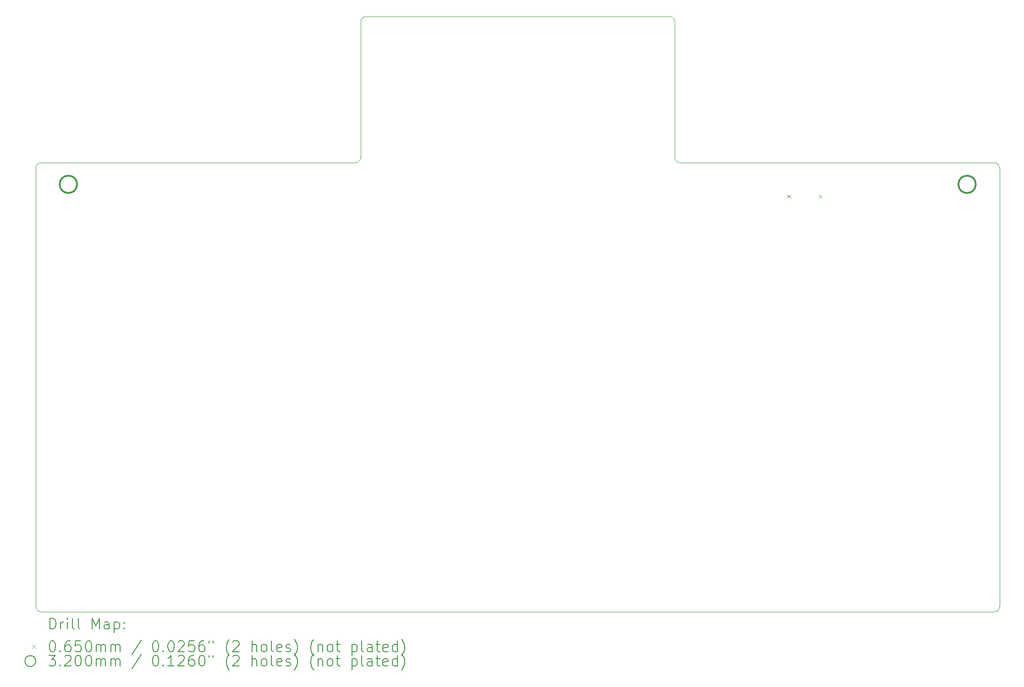
<source format=gbr>
%TF.GenerationSoftware,KiCad,Pcbnew,8.0.6*%
%TF.CreationDate,2024-12-17T00:01:34+05:30*%
%TF.ProjectId,FF1-LP-Badge,4646312d-4c50-42d4-9261-6467652e6b69,rev?*%
%TF.SameCoordinates,Original*%
%TF.FileFunction,Drillmap*%
%TF.FilePolarity,Positive*%
%FSLAX45Y45*%
G04 Gerber Fmt 4.5, Leading zero omitted, Abs format (unit mm)*
G04 Created by KiCad (PCBNEW 8.0.6) date 2024-12-17 00:01:34*
%MOMM*%
%LPD*%
G01*
G04 APERTURE LIST*
%ADD10C,0.050000*%
%ADD11C,0.200000*%
%ADD12C,0.100000*%
%ADD13C,0.320000*%
G04 APERTURE END LIST*
D10*
X16000000Y-4900000D02*
X16000000Y-2400000D01*
X10100000Y-13300000D02*
G75*
G02*
X10000000Y-13200000I0J100000D01*
G01*
X16000000Y-2400000D02*
G75*
G02*
X16100000Y-2300000I100000J0D01*
G01*
X10100000Y-5000000D02*
X15900000Y-5000000D01*
X21900000Y-5000000D02*
G75*
G02*
X21800000Y-4900000I0J100000D01*
G01*
X27800000Y-5100000D02*
X27800000Y-13200000D01*
X10000000Y-5100000D02*
G75*
G02*
X10100000Y-5000000I100000J0D01*
G01*
X27800000Y-13200000D02*
G75*
G02*
X27700000Y-13300000I-100000J0D01*
G01*
X27700000Y-13300000D02*
X10100000Y-13300000D01*
X16000000Y-4900000D02*
G75*
G02*
X15900000Y-5000000I-100000J0D01*
G01*
X10000000Y-13200000D02*
X10000000Y-5100000D01*
X16100000Y-2300000D02*
X21700000Y-2300000D01*
X21900000Y-5000000D02*
X27700000Y-5000000D01*
X27700000Y-5000000D02*
G75*
G02*
X27800000Y-5100000I0J-100000D01*
G01*
X21700000Y-2300000D02*
G75*
G02*
X21800000Y-2400000I0J-100000D01*
G01*
X21800000Y-2400000D02*
X21800000Y-4900000D01*
D11*
D12*
X23878500Y-5589000D02*
X23943500Y-5654000D01*
X23943500Y-5589000D02*
X23878500Y-5654000D01*
X24456500Y-5589000D02*
X24521500Y-5654000D01*
X24521500Y-5589000D02*
X24456500Y-5654000D01*
D13*
X10760000Y-5400000D02*
G75*
G02*
X10440000Y-5400000I-160000J0D01*
G01*
X10440000Y-5400000D02*
G75*
G02*
X10760000Y-5400000I160000J0D01*
G01*
X27360000Y-5400000D02*
G75*
G02*
X27040000Y-5400000I-160000J0D01*
G01*
X27040000Y-5400000D02*
G75*
G02*
X27360000Y-5400000I160000J0D01*
G01*
D11*
X10258277Y-13613984D02*
X10258277Y-13413984D01*
X10258277Y-13413984D02*
X10305896Y-13413984D01*
X10305896Y-13413984D02*
X10334467Y-13423508D01*
X10334467Y-13423508D02*
X10353515Y-13442555D01*
X10353515Y-13442555D02*
X10363039Y-13461603D01*
X10363039Y-13461603D02*
X10372563Y-13499698D01*
X10372563Y-13499698D02*
X10372563Y-13528269D01*
X10372563Y-13528269D02*
X10363039Y-13566365D01*
X10363039Y-13566365D02*
X10353515Y-13585412D01*
X10353515Y-13585412D02*
X10334467Y-13604460D01*
X10334467Y-13604460D02*
X10305896Y-13613984D01*
X10305896Y-13613984D02*
X10258277Y-13613984D01*
X10458277Y-13613984D02*
X10458277Y-13480650D01*
X10458277Y-13518746D02*
X10467801Y-13499698D01*
X10467801Y-13499698D02*
X10477324Y-13490174D01*
X10477324Y-13490174D02*
X10496372Y-13480650D01*
X10496372Y-13480650D02*
X10515420Y-13480650D01*
X10582086Y-13613984D02*
X10582086Y-13480650D01*
X10582086Y-13413984D02*
X10572563Y-13423508D01*
X10572563Y-13423508D02*
X10582086Y-13433031D01*
X10582086Y-13433031D02*
X10591610Y-13423508D01*
X10591610Y-13423508D02*
X10582086Y-13413984D01*
X10582086Y-13413984D02*
X10582086Y-13433031D01*
X10705896Y-13613984D02*
X10686848Y-13604460D01*
X10686848Y-13604460D02*
X10677324Y-13585412D01*
X10677324Y-13585412D02*
X10677324Y-13413984D01*
X10810658Y-13613984D02*
X10791610Y-13604460D01*
X10791610Y-13604460D02*
X10782086Y-13585412D01*
X10782086Y-13585412D02*
X10782086Y-13413984D01*
X11039229Y-13613984D02*
X11039229Y-13413984D01*
X11039229Y-13413984D02*
X11105896Y-13556841D01*
X11105896Y-13556841D02*
X11172563Y-13413984D01*
X11172563Y-13413984D02*
X11172563Y-13613984D01*
X11353515Y-13613984D02*
X11353515Y-13509222D01*
X11353515Y-13509222D02*
X11343991Y-13490174D01*
X11343991Y-13490174D02*
X11324943Y-13480650D01*
X11324943Y-13480650D02*
X11286848Y-13480650D01*
X11286848Y-13480650D02*
X11267801Y-13490174D01*
X11353515Y-13604460D02*
X11334467Y-13613984D01*
X11334467Y-13613984D02*
X11286848Y-13613984D01*
X11286848Y-13613984D02*
X11267801Y-13604460D01*
X11267801Y-13604460D02*
X11258277Y-13585412D01*
X11258277Y-13585412D02*
X11258277Y-13566365D01*
X11258277Y-13566365D02*
X11267801Y-13547317D01*
X11267801Y-13547317D02*
X11286848Y-13537793D01*
X11286848Y-13537793D02*
X11334467Y-13537793D01*
X11334467Y-13537793D02*
X11353515Y-13528269D01*
X11448753Y-13480650D02*
X11448753Y-13680650D01*
X11448753Y-13490174D02*
X11467801Y-13480650D01*
X11467801Y-13480650D02*
X11505896Y-13480650D01*
X11505896Y-13480650D02*
X11524943Y-13490174D01*
X11524943Y-13490174D02*
X11534467Y-13499698D01*
X11534467Y-13499698D02*
X11543991Y-13518746D01*
X11543991Y-13518746D02*
X11543991Y-13575888D01*
X11543991Y-13575888D02*
X11534467Y-13594936D01*
X11534467Y-13594936D02*
X11524943Y-13604460D01*
X11524943Y-13604460D02*
X11505896Y-13613984D01*
X11505896Y-13613984D02*
X11467801Y-13613984D01*
X11467801Y-13613984D02*
X11448753Y-13604460D01*
X11629705Y-13594936D02*
X11639229Y-13604460D01*
X11639229Y-13604460D02*
X11629705Y-13613984D01*
X11629705Y-13613984D02*
X11620182Y-13604460D01*
X11620182Y-13604460D02*
X11629705Y-13594936D01*
X11629705Y-13594936D02*
X11629705Y-13613984D01*
X11629705Y-13490174D02*
X11639229Y-13499698D01*
X11639229Y-13499698D02*
X11629705Y-13509222D01*
X11629705Y-13509222D02*
X11620182Y-13499698D01*
X11620182Y-13499698D02*
X11629705Y-13490174D01*
X11629705Y-13490174D02*
X11629705Y-13509222D01*
D12*
X9932500Y-13910000D02*
X9997500Y-13975000D01*
X9997500Y-13910000D02*
X9932500Y-13975000D01*
D11*
X10296372Y-13833984D02*
X10315420Y-13833984D01*
X10315420Y-13833984D02*
X10334467Y-13843508D01*
X10334467Y-13843508D02*
X10343991Y-13853031D01*
X10343991Y-13853031D02*
X10353515Y-13872079D01*
X10353515Y-13872079D02*
X10363039Y-13910174D01*
X10363039Y-13910174D02*
X10363039Y-13957793D01*
X10363039Y-13957793D02*
X10353515Y-13995888D01*
X10353515Y-13995888D02*
X10343991Y-14014936D01*
X10343991Y-14014936D02*
X10334467Y-14024460D01*
X10334467Y-14024460D02*
X10315420Y-14033984D01*
X10315420Y-14033984D02*
X10296372Y-14033984D01*
X10296372Y-14033984D02*
X10277324Y-14024460D01*
X10277324Y-14024460D02*
X10267801Y-14014936D01*
X10267801Y-14014936D02*
X10258277Y-13995888D01*
X10258277Y-13995888D02*
X10248753Y-13957793D01*
X10248753Y-13957793D02*
X10248753Y-13910174D01*
X10248753Y-13910174D02*
X10258277Y-13872079D01*
X10258277Y-13872079D02*
X10267801Y-13853031D01*
X10267801Y-13853031D02*
X10277324Y-13843508D01*
X10277324Y-13843508D02*
X10296372Y-13833984D01*
X10448753Y-14014936D02*
X10458277Y-14024460D01*
X10458277Y-14024460D02*
X10448753Y-14033984D01*
X10448753Y-14033984D02*
X10439229Y-14024460D01*
X10439229Y-14024460D02*
X10448753Y-14014936D01*
X10448753Y-14014936D02*
X10448753Y-14033984D01*
X10629705Y-13833984D02*
X10591610Y-13833984D01*
X10591610Y-13833984D02*
X10572563Y-13843508D01*
X10572563Y-13843508D02*
X10563039Y-13853031D01*
X10563039Y-13853031D02*
X10543991Y-13881603D01*
X10543991Y-13881603D02*
X10534467Y-13919698D01*
X10534467Y-13919698D02*
X10534467Y-13995888D01*
X10534467Y-13995888D02*
X10543991Y-14014936D01*
X10543991Y-14014936D02*
X10553515Y-14024460D01*
X10553515Y-14024460D02*
X10572563Y-14033984D01*
X10572563Y-14033984D02*
X10610658Y-14033984D01*
X10610658Y-14033984D02*
X10629705Y-14024460D01*
X10629705Y-14024460D02*
X10639229Y-14014936D01*
X10639229Y-14014936D02*
X10648753Y-13995888D01*
X10648753Y-13995888D02*
X10648753Y-13948269D01*
X10648753Y-13948269D02*
X10639229Y-13929222D01*
X10639229Y-13929222D02*
X10629705Y-13919698D01*
X10629705Y-13919698D02*
X10610658Y-13910174D01*
X10610658Y-13910174D02*
X10572563Y-13910174D01*
X10572563Y-13910174D02*
X10553515Y-13919698D01*
X10553515Y-13919698D02*
X10543991Y-13929222D01*
X10543991Y-13929222D02*
X10534467Y-13948269D01*
X10829705Y-13833984D02*
X10734467Y-13833984D01*
X10734467Y-13833984D02*
X10724944Y-13929222D01*
X10724944Y-13929222D02*
X10734467Y-13919698D01*
X10734467Y-13919698D02*
X10753515Y-13910174D01*
X10753515Y-13910174D02*
X10801134Y-13910174D01*
X10801134Y-13910174D02*
X10820182Y-13919698D01*
X10820182Y-13919698D02*
X10829705Y-13929222D01*
X10829705Y-13929222D02*
X10839229Y-13948269D01*
X10839229Y-13948269D02*
X10839229Y-13995888D01*
X10839229Y-13995888D02*
X10829705Y-14014936D01*
X10829705Y-14014936D02*
X10820182Y-14024460D01*
X10820182Y-14024460D02*
X10801134Y-14033984D01*
X10801134Y-14033984D02*
X10753515Y-14033984D01*
X10753515Y-14033984D02*
X10734467Y-14024460D01*
X10734467Y-14024460D02*
X10724944Y-14014936D01*
X10963039Y-13833984D02*
X10982086Y-13833984D01*
X10982086Y-13833984D02*
X11001134Y-13843508D01*
X11001134Y-13843508D02*
X11010658Y-13853031D01*
X11010658Y-13853031D02*
X11020182Y-13872079D01*
X11020182Y-13872079D02*
X11029705Y-13910174D01*
X11029705Y-13910174D02*
X11029705Y-13957793D01*
X11029705Y-13957793D02*
X11020182Y-13995888D01*
X11020182Y-13995888D02*
X11010658Y-14014936D01*
X11010658Y-14014936D02*
X11001134Y-14024460D01*
X11001134Y-14024460D02*
X10982086Y-14033984D01*
X10982086Y-14033984D02*
X10963039Y-14033984D01*
X10963039Y-14033984D02*
X10943991Y-14024460D01*
X10943991Y-14024460D02*
X10934467Y-14014936D01*
X10934467Y-14014936D02*
X10924944Y-13995888D01*
X10924944Y-13995888D02*
X10915420Y-13957793D01*
X10915420Y-13957793D02*
X10915420Y-13910174D01*
X10915420Y-13910174D02*
X10924944Y-13872079D01*
X10924944Y-13872079D02*
X10934467Y-13853031D01*
X10934467Y-13853031D02*
X10943991Y-13843508D01*
X10943991Y-13843508D02*
X10963039Y-13833984D01*
X11115420Y-14033984D02*
X11115420Y-13900650D01*
X11115420Y-13919698D02*
X11124944Y-13910174D01*
X11124944Y-13910174D02*
X11143991Y-13900650D01*
X11143991Y-13900650D02*
X11172563Y-13900650D01*
X11172563Y-13900650D02*
X11191610Y-13910174D01*
X11191610Y-13910174D02*
X11201134Y-13929222D01*
X11201134Y-13929222D02*
X11201134Y-14033984D01*
X11201134Y-13929222D02*
X11210658Y-13910174D01*
X11210658Y-13910174D02*
X11229705Y-13900650D01*
X11229705Y-13900650D02*
X11258277Y-13900650D01*
X11258277Y-13900650D02*
X11277324Y-13910174D01*
X11277324Y-13910174D02*
X11286848Y-13929222D01*
X11286848Y-13929222D02*
X11286848Y-14033984D01*
X11382086Y-14033984D02*
X11382086Y-13900650D01*
X11382086Y-13919698D02*
X11391610Y-13910174D01*
X11391610Y-13910174D02*
X11410658Y-13900650D01*
X11410658Y-13900650D02*
X11439229Y-13900650D01*
X11439229Y-13900650D02*
X11458277Y-13910174D01*
X11458277Y-13910174D02*
X11467801Y-13929222D01*
X11467801Y-13929222D02*
X11467801Y-14033984D01*
X11467801Y-13929222D02*
X11477324Y-13910174D01*
X11477324Y-13910174D02*
X11496372Y-13900650D01*
X11496372Y-13900650D02*
X11524943Y-13900650D01*
X11524943Y-13900650D02*
X11543991Y-13910174D01*
X11543991Y-13910174D02*
X11553515Y-13929222D01*
X11553515Y-13929222D02*
X11553515Y-14033984D01*
X11943991Y-13824460D02*
X11772563Y-14081603D01*
X12201134Y-13833984D02*
X12220182Y-13833984D01*
X12220182Y-13833984D02*
X12239229Y-13843508D01*
X12239229Y-13843508D02*
X12248753Y-13853031D01*
X12248753Y-13853031D02*
X12258277Y-13872079D01*
X12258277Y-13872079D02*
X12267801Y-13910174D01*
X12267801Y-13910174D02*
X12267801Y-13957793D01*
X12267801Y-13957793D02*
X12258277Y-13995888D01*
X12258277Y-13995888D02*
X12248753Y-14014936D01*
X12248753Y-14014936D02*
X12239229Y-14024460D01*
X12239229Y-14024460D02*
X12220182Y-14033984D01*
X12220182Y-14033984D02*
X12201134Y-14033984D01*
X12201134Y-14033984D02*
X12182086Y-14024460D01*
X12182086Y-14024460D02*
X12172563Y-14014936D01*
X12172563Y-14014936D02*
X12163039Y-13995888D01*
X12163039Y-13995888D02*
X12153515Y-13957793D01*
X12153515Y-13957793D02*
X12153515Y-13910174D01*
X12153515Y-13910174D02*
X12163039Y-13872079D01*
X12163039Y-13872079D02*
X12172563Y-13853031D01*
X12172563Y-13853031D02*
X12182086Y-13843508D01*
X12182086Y-13843508D02*
X12201134Y-13833984D01*
X12353515Y-14014936D02*
X12363039Y-14024460D01*
X12363039Y-14024460D02*
X12353515Y-14033984D01*
X12353515Y-14033984D02*
X12343991Y-14024460D01*
X12343991Y-14024460D02*
X12353515Y-14014936D01*
X12353515Y-14014936D02*
X12353515Y-14033984D01*
X12486848Y-13833984D02*
X12505896Y-13833984D01*
X12505896Y-13833984D02*
X12524944Y-13843508D01*
X12524944Y-13843508D02*
X12534467Y-13853031D01*
X12534467Y-13853031D02*
X12543991Y-13872079D01*
X12543991Y-13872079D02*
X12553515Y-13910174D01*
X12553515Y-13910174D02*
X12553515Y-13957793D01*
X12553515Y-13957793D02*
X12543991Y-13995888D01*
X12543991Y-13995888D02*
X12534467Y-14014936D01*
X12534467Y-14014936D02*
X12524944Y-14024460D01*
X12524944Y-14024460D02*
X12505896Y-14033984D01*
X12505896Y-14033984D02*
X12486848Y-14033984D01*
X12486848Y-14033984D02*
X12467801Y-14024460D01*
X12467801Y-14024460D02*
X12458277Y-14014936D01*
X12458277Y-14014936D02*
X12448753Y-13995888D01*
X12448753Y-13995888D02*
X12439229Y-13957793D01*
X12439229Y-13957793D02*
X12439229Y-13910174D01*
X12439229Y-13910174D02*
X12448753Y-13872079D01*
X12448753Y-13872079D02*
X12458277Y-13853031D01*
X12458277Y-13853031D02*
X12467801Y-13843508D01*
X12467801Y-13843508D02*
X12486848Y-13833984D01*
X12629706Y-13853031D02*
X12639229Y-13843508D01*
X12639229Y-13843508D02*
X12658277Y-13833984D01*
X12658277Y-13833984D02*
X12705896Y-13833984D01*
X12705896Y-13833984D02*
X12724944Y-13843508D01*
X12724944Y-13843508D02*
X12734467Y-13853031D01*
X12734467Y-13853031D02*
X12743991Y-13872079D01*
X12743991Y-13872079D02*
X12743991Y-13891127D01*
X12743991Y-13891127D02*
X12734467Y-13919698D01*
X12734467Y-13919698D02*
X12620182Y-14033984D01*
X12620182Y-14033984D02*
X12743991Y-14033984D01*
X12924944Y-13833984D02*
X12829706Y-13833984D01*
X12829706Y-13833984D02*
X12820182Y-13929222D01*
X12820182Y-13929222D02*
X12829706Y-13919698D01*
X12829706Y-13919698D02*
X12848753Y-13910174D01*
X12848753Y-13910174D02*
X12896372Y-13910174D01*
X12896372Y-13910174D02*
X12915420Y-13919698D01*
X12915420Y-13919698D02*
X12924944Y-13929222D01*
X12924944Y-13929222D02*
X12934467Y-13948269D01*
X12934467Y-13948269D02*
X12934467Y-13995888D01*
X12934467Y-13995888D02*
X12924944Y-14014936D01*
X12924944Y-14014936D02*
X12915420Y-14024460D01*
X12915420Y-14024460D02*
X12896372Y-14033984D01*
X12896372Y-14033984D02*
X12848753Y-14033984D01*
X12848753Y-14033984D02*
X12829706Y-14024460D01*
X12829706Y-14024460D02*
X12820182Y-14014936D01*
X13105896Y-13833984D02*
X13067801Y-13833984D01*
X13067801Y-13833984D02*
X13048753Y-13843508D01*
X13048753Y-13843508D02*
X13039229Y-13853031D01*
X13039229Y-13853031D02*
X13020182Y-13881603D01*
X13020182Y-13881603D02*
X13010658Y-13919698D01*
X13010658Y-13919698D02*
X13010658Y-13995888D01*
X13010658Y-13995888D02*
X13020182Y-14014936D01*
X13020182Y-14014936D02*
X13029706Y-14024460D01*
X13029706Y-14024460D02*
X13048753Y-14033984D01*
X13048753Y-14033984D02*
X13086848Y-14033984D01*
X13086848Y-14033984D02*
X13105896Y-14024460D01*
X13105896Y-14024460D02*
X13115420Y-14014936D01*
X13115420Y-14014936D02*
X13124944Y-13995888D01*
X13124944Y-13995888D02*
X13124944Y-13948269D01*
X13124944Y-13948269D02*
X13115420Y-13929222D01*
X13115420Y-13929222D02*
X13105896Y-13919698D01*
X13105896Y-13919698D02*
X13086848Y-13910174D01*
X13086848Y-13910174D02*
X13048753Y-13910174D01*
X13048753Y-13910174D02*
X13029706Y-13919698D01*
X13029706Y-13919698D02*
X13020182Y-13929222D01*
X13020182Y-13929222D02*
X13010658Y-13948269D01*
X13201134Y-13833984D02*
X13201134Y-13872079D01*
X13277325Y-13833984D02*
X13277325Y-13872079D01*
X13572563Y-14110174D02*
X13563039Y-14100650D01*
X13563039Y-14100650D02*
X13543991Y-14072079D01*
X13543991Y-14072079D02*
X13534468Y-14053031D01*
X13534468Y-14053031D02*
X13524944Y-14024460D01*
X13524944Y-14024460D02*
X13515420Y-13976841D01*
X13515420Y-13976841D02*
X13515420Y-13938746D01*
X13515420Y-13938746D02*
X13524944Y-13891127D01*
X13524944Y-13891127D02*
X13534468Y-13862555D01*
X13534468Y-13862555D02*
X13543991Y-13843508D01*
X13543991Y-13843508D02*
X13563039Y-13814936D01*
X13563039Y-13814936D02*
X13572563Y-13805412D01*
X13639229Y-13853031D02*
X13648753Y-13843508D01*
X13648753Y-13843508D02*
X13667801Y-13833984D01*
X13667801Y-13833984D02*
X13715420Y-13833984D01*
X13715420Y-13833984D02*
X13734468Y-13843508D01*
X13734468Y-13843508D02*
X13743991Y-13853031D01*
X13743991Y-13853031D02*
X13753515Y-13872079D01*
X13753515Y-13872079D02*
X13753515Y-13891127D01*
X13753515Y-13891127D02*
X13743991Y-13919698D01*
X13743991Y-13919698D02*
X13629706Y-14033984D01*
X13629706Y-14033984D02*
X13753515Y-14033984D01*
X13991610Y-14033984D02*
X13991610Y-13833984D01*
X14077325Y-14033984D02*
X14077325Y-13929222D01*
X14077325Y-13929222D02*
X14067801Y-13910174D01*
X14067801Y-13910174D02*
X14048753Y-13900650D01*
X14048753Y-13900650D02*
X14020182Y-13900650D01*
X14020182Y-13900650D02*
X14001134Y-13910174D01*
X14001134Y-13910174D02*
X13991610Y-13919698D01*
X14201134Y-14033984D02*
X14182087Y-14024460D01*
X14182087Y-14024460D02*
X14172563Y-14014936D01*
X14172563Y-14014936D02*
X14163039Y-13995888D01*
X14163039Y-13995888D02*
X14163039Y-13938746D01*
X14163039Y-13938746D02*
X14172563Y-13919698D01*
X14172563Y-13919698D02*
X14182087Y-13910174D01*
X14182087Y-13910174D02*
X14201134Y-13900650D01*
X14201134Y-13900650D02*
X14229706Y-13900650D01*
X14229706Y-13900650D02*
X14248753Y-13910174D01*
X14248753Y-13910174D02*
X14258277Y-13919698D01*
X14258277Y-13919698D02*
X14267801Y-13938746D01*
X14267801Y-13938746D02*
X14267801Y-13995888D01*
X14267801Y-13995888D02*
X14258277Y-14014936D01*
X14258277Y-14014936D02*
X14248753Y-14024460D01*
X14248753Y-14024460D02*
X14229706Y-14033984D01*
X14229706Y-14033984D02*
X14201134Y-14033984D01*
X14382087Y-14033984D02*
X14363039Y-14024460D01*
X14363039Y-14024460D02*
X14353515Y-14005412D01*
X14353515Y-14005412D02*
X14353515Y-13833984D01*
X14534468Y-14024460D02*
X14515420Y-14033984D01*
X14515420Y-14033984D02*
X14477325Y-14033984D01*
X14477325Y-14033984D02*
X14458277Y-14024460D01*
X14458277Y-14024460D02*
X14448753Y-14005412D01*
X14448753Y-14005412D02*
X14448753Y-13929222D01*
X14448753Y-13929222D02*
X14458277Y-13910174D01*
X14458277Y-13910174D02*
X14477325Y-13900650D01*
X14477325Y-13900650D02*
X14515420Y-13900650D01*
X14515420Y-13900650D02*
X14534468Y-13910174D01*
X14534468Y-13910174D02*
X14543991Y-13929222D01*
X14543991Y-13929222D02*
X14543991Y-13948269D01*
X14543991Y-13948269D02*
X14448753Y-13967317D01*
X14620182Y-14024460D02*
X14639230Y-14033984D01*
X14639230Y-14033984D02*
X14677325Y-14033984D01*
X14677325Y-14033984D02*
X14696372Y-14024460D01*
X14696372Y-14024460D02*
X14705896Y-14005412D01*
X14705896Y-14005412D02*
X14705896Y-13995888D01*
X14705896Y-13995888D02*
X14696372Y-13976841D01*
X14696372Y-13976841D02*
X14677325Y-13967317D01*
X14677325Y-13967317D02*
X14648753Y-13967317D01*
X14648753Y-13967317D02*
X14629706Y-13957793D01*
X14629706Y-13957793D02*
X14620182Y-13938746D01*
X14620182Y-13938746D02*
X14620182Y-13929222D01*
X14620182Y-13929222D02*
X14629706Y-13910174D01*
X14629706Y-13910174D02*
X14648753Y-13900650D01*
X14648753Y-13900650D02*
X14677325Y-13900650D01*
X14677325Y-13900650D02*
X14696372Y-13910174D01*
X14772563Y-14110174D02*
X14782087Y-14100650D01*
X14782087Y-14100650D02*
X14801134Y-14072079D01*
X14801134Y-14072079D02*
X14810658Y-14053031D01*
X14810658Y-14053031D02*
X14820182Y-14024460D01*
X14820182Y-14024460D02*
X14829706Y-13976841D01*
X14829706Y-13976841D02*
X14829706Y-13938746D01*
X14829706Y-13938746D02*
X14820182Y-13891127D01*
X14820182Y-13891127D02*
X14810658Y-13862555D01*
X14810658Y-13862555D02*
X14801134Y-13843508D01*
X14801134Y-13843508D02*
X14782087Y-13814936D01*
X14782087Y-13814936D02*
X14772563Y-13805412D01*
X15134468Y-14110174D02*
X15124944Y-14100650D01*
X15124944Y-14100650D02*
X15105896Y-14072079D01*
X15105896Y-14072079D02*
X15096372Y-14053031D01*
X15096372Y-14053031D02*
X15086849Y-14024460D01*
X15086849Y-14024460D02*
X15077325Y-13976841D01*
X15077325Y-13976841D02*
X15077325Y-13938746D01*
X15077325Y-13938746D02*
X15086849Y-13891127D01*
X15086849Y-13891127D02*
X15096372Y-13862555D01*
X15096372Y-13862555D02*
X15105896Y-13843508D01*
X15105896Y-13843508D02*
X15124944Y-13814936D01*
X15124944Y-13814936D02*
X15134468Y-13805412D01*
X15210658Y-13900650D02*
X15210658Y-14033984D01*
X15210658Y-13919698D02*
X15220182Y-13910174D01*
X15220182Y-13910174D02*
X15239230Y-13900650D01*
X15239230Y-13900650D02*
X15267801Y-13900650D01*
X15267801Y-13900650D02*
X15286849Y-13910174D01*
X15286849Y-13910174D02*
X15296372Y-13929222D01*
X15296372Y-13929222D02*
X15296372Y-14033984D01*
X15420182Y-14033984D02*
X15401134Y-14024460D01*
X15401134Y-14024460D02*
X15391611Y-14014936D01*
X15391611Y-14014936D02*
X15382087Y-13995888D01*
X15382087Y-13995888D02*
X15382087Y-13938746D01*
X15382087Y-13938746D02*
X15391611Y-13919698D01*
X15391611Y-13919698D02*
X15401134Y-13910174D01*
X15401134Y-13910174D02*
X15420182Y-13900650D01*
X15420182Y-13900650D02*
X15448753Y-13900650D01*
X15448753Y-13900650D02*
X15467801Y-13910174D01*
X15467801Y-13910174D02*
X15477325Y-13919698D01*
X15477325Y-13919698D02*
X15486849Y-13938746D01*
X15486849Y-13938746D02*
X15486849Y-13995888D01*
X15486849Y-13995888D02*
X15477325Y-14014936D01*
X15477325Y-14014936D02*
X15467801Y-14024460D01*
X15467801Y-14024460D02*
X15448753Y-14033984D01*
X15448753Y-14033984D02*
X15420182Y-14033984D01*
X15543992Y-13900650D02*
X15620182Y-13900650D01*
X15572563Y-13833984D02*
X15572563Y-14005412D01*
X15572563Y-14005412D02*
X15582087Y-14024460D01*
X15582087Y-14024460D02*
X15601134Y-14033984D01*
X15601134Y-14033984D02*
X15620182Y-14033984D01*
X15839230Y-13900650D02*
X15839230Y-14100650D01*
X15839230Y-13910174D02*
X15858277Y-13900650D01*
X15858277Y-13900650D02*
X15896373Y-13900650D01*
X15896373Y-13900650D02*
X15915420Y-13910174D01*
X15915420Y-13910174D02*
X15924944Y-13919698D01*
X15924944Y-13919698D02*
X15934468Y-13938746D01*
X15934468Y-13938746D02*
X15934468Y-13995888D01*
X15934468Y-13995888D02*
X15924944Y-14014936D01*
X15924944Y-14014936D02*
X15915420Y-14024460D01*
X15915420Y-14024460D02*
X15896373Y-14033984D01*
X15896373Y-14033984D02*
X15858277Y-14033984D01*
X15858277Y-14033984D02*
X15839230Y-14024460D01*
X16048753Y-14033984D02*
X16029706Y-14024460D01*
X16029706Y-14024460D02*
X16020182Y-14005412D01*
X16020182Y-14005412D02*
X16020182Y-13833984D01*
X16210658Y-14033984D02*
X16210658Y-13929222D01*
X16210658Y-13929222D02*
X16201134Y-13910174D01*
X16201134Y-13910174D02*
X16182087Y-13900650D01*
X16182087Y-13900650D02*
X16143992Y-13900650D01*
X16143992Y-13900650D02*
X16124944Y-13910174D01*
X16210658Y-14024460D02*
X16191611Y-14033984D01*
X16191611Y-14033984D02*
X16143992Y-14033984D01*
X16143992Y-14033984D02*
X16124944Y-14024460D01*
X16124944Y-14024460D02*
X16115420Y-14005412D01*
X16115420Y-14005412D02*
X16115420Y-13986365D01*
X16115420Y-13986365D02*
X16124944Y-13967317D01*
X16124944Y-13967317D02*
X16143992Y-13957793D01*
X16143992Y-13957793D02*
X16191611Y-13957793D01*
X16191611Y-13957793D02*
X16210658Y-13948269D01*
X16277325Y-13900650D02*
X16353515Y-13900650D01*
X16305896Y-13833984D02*
X16305896Y-14005412D01*
X16305896Y-14005412D02*
X16315420Y-14024460D01*
X16315420Y-14024460D02*
X16334468Y-14033984D01*
X16334468Y-14033984D02*
X16353515Y-14033984D01*
X16496373Y-14024460D02*
X16477325Y-14033984D01*
X16477325Y-14033984D02*
X16439230Y-14033984D01*
X16439230Y-14033984D02*
X16420182Y-14024460D01*
X16420182Y-14024460D02*
X16410658Y-14005412D01*
X16410658Y-14005412D02*
X16410658Y-13929222D01*
X16410658Y-13929222D02*
X16420182Y-13910174D01*
X16420182Y-13910174D02*
X16439230Y-13900650D01*
X16439230Y-13900650D02*
X16477325Y-13900650D01*
X16477325Y-13900650D02*
X16496373Y-13910174D01*
X16496373Y-13910174D02*
X16505896Y-13929222D01*
X16505896Y-13929222D02*
X16505896Y-13948269D01*
X16505896Y-13948269D02*
X16410658Y-13967317D01*
X16677325Y-14033984D02*
X16677325Y-13833984D01*
X16677325Y-14024460D02*
X16658277Y-14033984D01*
X16658277Y-14033984D02*
X16620182Y-14033984D01*
X16620182Y-14033984D02*
X16601134Y-14024460D01*
X16601134Y-14024460D02*
X16591611Y-14014936D01*
X16591611Y-14014936D02*
X16582087Y-13995888D01*
X16582087Y-13995888D02*
X16582087Y-13938746D01*
X16582087Y-13938746D02*
X16591611Y-13919698D01*
X16591611Y-13919698D02*
X16601134Y-13910174D01*
X16601134Y-13910174D02*
X16620182Y-13900650D01*
X16620182Y-13900650D02*
X16658277Y-13900650D01*
X16658277Y-13900650D02*
X16677325Y-13910174D01*
X16753515Y-14110174D02*
X16763039Y-14100650D01*
X16763039Y-14100650D02*
X16782087Y-14072079D01*
X16782087Y-14072079D02*
X16791611Y-14053031D01*
X16791611Y-14053031D02*
X16801135Y-14024460D01*
X16801135Y-14024460D02*
X16810658Y-13976841D01*
X16810658Y-13976841D02*
X16810658Y-13938746D01*
X16810658Y-13938746D02*
X16801135Y-13891127D01*
X16801135Y-13891127D02*
X16791611Y-13862555D01*
X16791611Y-13862555D02*
X16782087Y-13843508D01*
X16782087Y-13843508D02*
X16763039Y-13814936D01*
X16763039Y-13814936D02*
X16753515Y-13805412D01*
X9997500Y-14206500D02*
G75*
G02*
X9797500Y-14206500I-100000J0D01*
G01*
X9797500Y-14206500D02*
G75*
G02*
X9997500Y-14206500I100000J0D01*
G01*
X10239229Y-14097984D02*
X10363039Y-14097984D01*
X10363039Y-14097984D02*
X10296372Y-14174174D01*
X10296372Y-14174174D02*
X10324944Y-14174174D01*
X10324944Y-14174174D02*
X10343991Y-14183698D01*
X10343991Y-14183698D02*
X10353515Y-14193222D01*
X10353515Y-14193222D02*
X10363039Y-14212269D01*
X10363039Y-14212269D02*
X10363039Y-14259888D01*
X10363039Y-14259888D02*
X10353515Y-14278936D01*
X10353515Y-14278936D02*
X10343991Y-14288460D01*
X10343991Y-14288460D02*
X10324944Y-14297984D01*
X10324944Y-14297984D02*
X10267801Y-14297984D01*
X10267801Y-14297984D02*
X10248753Y-14288460D01*
X10248753Y-14288460D02*
X10239229Y-14278936D01*
X10448753Y-14278936D02*
X10458277Y-14288460D01*
X10458277Y-14288460D02*
X10448753Y-14297984D01*
X10448753Y-14297984D02*
X10439229Y-14288460D01*
X10439229Y-14288460D02*
X10448753Y-14278936D01*
X10448753Y-14278936D02*
X10448753Y-14297984D01*
X10534467Y-14117031D02*
X10543991Y-14107508D01*
X10543991Y-14107508D02*
X10563039Y-14097984D01*
X10563039Y-14097984D02*
X10610658Y-14097984D01*
X10610658Y-14097984D02*
X10629705Y-14107508D01*
X10629705Y-14107508D02*
X10639229Y-14117031D01*
X10639229Y-14117031D02*
X10648753Y-14136079D01*
X10648753Y-14136079D02*
X10648753Y-14155127D01*
X10648753Y-14155127D02*
X10639229Y-14183698D01*
X10639229Y-14183698D02*
X10524944Y-14297984D01*
X10524944Y-14297984D02*
X10648753Y-14297984D01*
X10772563Y-14097984D02*
X10791610Y-14097984D01*
X10791610Y-14097984D02*
X10810658Y-14107508D01*
X10810658Y-14107508D02*
X10820182Y-14117031D01*
X10820182Y-14117031D02*
X10829705Y-14136079D01*
X10829705Y-14136079D02*
X10839229Y-14174174D01*
X10839229Y-14174174D02*
X10839229Y-14221793D01*
X10839229Y-14221793D02*
X10829705Y-14259888D01*
X10829705Y-14259888D02*
X10820182Y-14278936D01*
X10820182Y-14278936D02*
X10810658Y-14288460D01*
X10810658Y-14288460D02*
X10791610Y-14297984D01*
X10791610Y-14297984D02*
X10772563Y-14297984D01*
X10772563Y-14297984D02*
X10753515Y-14288460D01*
X10753515Y-14288460D02*
X10743991Y-14278936D01*
X10743991Y-14278936D02*
X10734467Y-14259888D01*
X10734467Y-14259888D02*
X10724944Y-14221793D01*
X10724944Y-14221793D02*
X10724944Y-14174174D01*
X10724944Y-14174174D02*
X10734467Y-14136079D01*
X10734467Y-14136079D02*
X10743991Y-14117031D01*
X10743991Y-14117031D02*
X10753515Y-14107508D01*
X10753515Y-14107508D02*
X10772563Y-14097984D01*
X10963039Y-14097984D02*
X10982086Y-14097984D01*
X10982086Y-14097984D02*
X11001134Y-14107508D01*
X11001134Y-14107508D02*
X11010658Y-14117031D01*
X11010658Y-14117031D02*
X11020182Y-14136079D01*
X11020182Y-14136079D02*
X11029705Y-14174174D01*
X11029705Y-14174174D02*
X11029705Y-14221793D01*
X11029705Y-14221793D02*
X11020182Y-14259888D01*
X11020182Y-14259888D02*
X11010658Y-14278936D01*
X11010658Y-14278936D02*
X11001134Y-14288460D01*
X11001134Y-14288460D02*
X10982086Y-14297984D01*
X10982086Y-14297984D02*
X10963039Y-14297984D01*
X10963039Y-14297984D02*
X10943991Y-14288460D01*
X10943991Y-14288460D02*
X10934467Y-14278936D01*
X10934467Y-14278936D02*
X10924944Y-14259888D01*
X10924944Y-14259888D02*
X10915420Y-14221793D01*
X10915420Y-14221793D02*
X10915420Y-14174174D01*
X10915420Y-14174174D02*
X10924944Y-14136079D01*
X10924944Y-14136079D02*
X10934467Y-14117031D01*
X10934467Y-14117031D02*
X10943991Y-14107508D01*
X10943991Y-14107508D02*
X10963039Y-14097984D01*
X11115420Y-14297984D02*
X11115420Y-14164650D01*
X11115420Y-14183698D02*
X11124944Y-14174174D01*
X11124944Y-14174174D02*
X11143991Y-14164650D01*
X11143991Y-14164650D02*
X11172563Y-14164650D01*
X11172563Y-14164650D02*
X11191610Y-14174174D01*
X11191610Y-14174174D02*
X11201134Y-14193222D01*
X11201134Y-14193222D02*
X11201134Y-14297984D01*
X11201134Y-14193222D02*
X11210658Y-14174174D01*
X11210658Y-14174174D02*
X11229705Y-14164650D01*
X11229705Y-14164650D02*
X11258277Y-14164650D01*
X11258277Y-14164650D02*
X11277324Y-14174174D01*
X11277324Y-14174174D02*
X11286848Y-14193222D01*
X11286848Y-14193222D02*
X11286848Y-14297984D01*
X11382086Y-14297984D02*
X11382086Y-14164650D01*
X11382086Y-14183698D02*
X11391610Y-14174174D01*
X11391610Y-14174174D02*
X11410658Y-14164650D01*
X11410658Y-14164650D02*
X11439229Y-14164650D01*
X11439229Y-14164650D02*
X11458277Y-14174174D01*
X11458277Y-14174174D02*
X11467801Y-14193222D01*
X11467801Y-14193222D02*
X11467801Y-14297984D01*
X11467801Y-14193222D02*
X11477324Y-14174174D01*
X11477324Y-14174174D02*
X11496372Y-14164650D01*
X11496372Y-14164650D02*
X11524943Y-14164650D01*
X11524943Y-14164650D02*
X11543991Y-14174174D01*
X11543991Y-14174174D02*
X11553515Y-14193222D01*
X11553515Y-14193222D02*
X11553515Y-14297984D01*
X11943991Y-14088460D02*
X11772563Y-14345603D01*
X12201134Y-14097984D02*
X12220182Y-14097984D01*
X12220182Y-14097984D02*
X12239229Y-14107508D01*
X12239229Y-14107508D02*
X12248753Y-14117031D01*
X12248753Y-14117031D02*
X12258277Y-14136079D01*
X12258277Y-14136079D02*
X12267801Y-14174174D01*
X12267801Y-14174174D02*
X12267801Y-14221793D01*
X12267801Y-14221793D02*
X12258277Y-14259888D01*
X12258277Y-14259888D02*
X12248753Y-14278936D01*
X12248753Y-14278936D02*
X12239229Y-14288460D01*
X12239229Y-14288460D02*
X12220182Y-14297984D01*
X12220182Y-14297984D02*
X12201134Y-14297984D01*
X12201134Y-14297984D02*
X12182086Y-14288460D01*
X12182086Y-14288460D02*
X12172563Y-14278936D01*
X12172563Y-14278936D02*
X12163039Y-14259888D01*
X12163039Y-14259888D02*
X12153515Y-14221793D01*
X12153515Y-14221793D02*
X12153515Y-14174174D01*
X12153515Y-14174174D02*
X12163039Y-14136079D01*
X12163039Y-14136079D02*
X12172563Y-14117031D01*
X12172563Y-14117031D02*
X12182086Y-14107508D01*
X12182086Y-14107508D02*
X12201134Y-14097984D01*
X12353515Y-14278936D02*
X12363039Y-14288460D01*
X12363039Y-14288460D02*
X12353515Y-14297984D01*
X12353515Y-14297984D02*
X12343991Y-14288460D01*
X12343991Y-14288460D02*
X12353515Y-14278936D01*
X12353515Y-14278936D02*
X12353515Y-14297984D01*
X12553515Y-14297984D02*
X12439229Y-14297984D01*
X12496372Y-14297984D02*
X12496372Y-14097984D01*
X12496372Y-14097984D02*
X12477325Y-14126555D01*
X12477325Y-14126555D02*
X12458277Y-14145603D01*
X12458277Y-14145603D02*
X12439229Y-14155127D01*
X12629706Y-14117031D02*
X12639229Y-14107508D01*
X12639229Y-14107508D02*
X12658277Y-14097984D01*
X12658277Y-14097984D02*
X12705896Y-14097984D01*
X12705896Y-14097984D02*
X12724944Y-14107508D01*
X12724944Y-14107508D02*
X12734467Y-14117031D01*
X12734467Y-14117031D02*
X12743991Y-14136079D01*
X12743991Y-14136079D02*
X12743991Y-14155127D01*
X12743991Y-14155127D02*
X12734467Y-14183698D01*
X12734467Y-14183698D02*
X12620182Y-14297984D01*
X12620182Y-14297984D02*
X12743991Y-14297984D01*
X12915420Y-14097984D02*
X12877325Y-14097984D01*
X12877325Y-14097984D02*
X12858277Y-14107508D01*
X12858277Y-14107508D02*
X12848753Y-14117031D01*
X12848753Y-14117031D02*
X12829706Y-14145603D01*
X12829706Y-14145603D02*
X12820182Y-14183698D01*
X12820182Y-14183698D02*
X12820182Y-14259888D01*
X12820182Y-14259888D02*
X12829706Y-14278936D01*
X12829706Y-14278936D02*
X12839229Y-14288460D01*
X12839229Y-14288460D02*
X12858277Y-14297984D01*
X12858277Y-14297984D02*
X12896372Y-14297984D01*
X12896372Y-14297984D02*
X12915420Y-14288460D01*
X12915420Y-14288460D02*
X12924944Y-14278936D01*
X12924944Y-14278936D02*
X12934467Y-14259888D01*
X12934467Y-14259888D02*
X12934467Y-14212269D01*
X12934467Y-14212269D02*
X12924944Y-14193222D01*
X12924944Y-14193222D02*
X12915420Y-14183698D01*
X12915420Y-14183698D02*
X12896372Y-14174174D01*
X12896372Y-14174174D02*
X12858277Y-14174174D01*
X12858277Y-14174174D02*
X12839229Y-14183698D01*
X12839229Y-14183698D02*
X12829706Y-14193222D01*
X12829706Y-14193222D02*
X12820182Y-14212269D01*
X13058277Y-14097984D02*
X13077325Y-14097984D01*
X13077325Y-14097984D02*
X13096372Y-14107508D01*
X13096372Y-14107508D02*
X13105896Y-14117031D01*
X13105896Y-14117031D02*
X13115420Y-14136079D01*
X13115420Y-14136079D02*
X13124944Y-14174174D01*
X13124944Y-14174174D02*
X13124944Y-14221793D01*
X13124944Y-14221793D02*
X13115420Y-14259888D01*
X13115420Y-14259888D02*
X13105896Y-14278936D01*
X13105896Y-14278936D02*
X13096372Y-14288460D01*
X13096372Y-14288460D02*
X13077325Y-14297984D01*
X13077325Y-14297984D02*
X13058277Y-14297984D01*
X13058277Y-14297984D02*
X13039229Y-14288460D01*
X13039229Y-14288460D02*
X13029706Y-14278936D01*
X13029706Y-14278936D02*
X13020182Y-14259888D01*
X13020182Y-14259888D02*
X13010658Y-14221793D01*
X13010658Y-14221793D02*
X13010658Y-14174174D01*
X13010658Y-14174174D02*
X13020182Y-14136079D01*
X13020182Y-14136079D02*
X13029706Y-14117031D01*
X13029706Y-14117031D02*
X13039229Y-14107508D01*
X13039229Y-14107508D02*
X13058277Y-14097984D01*
X13201134Y-14097984D02*
X13201134Y-14136079D01*
X13277325Y-14097984D02*
X13277325Y-14136079D01*
X13572563Y-14374174D02*
X13563039Y-14364650D01*
X13563039Y-14364650D02*
X13543991Y-14336079D01*
X13543991Y-14336079D02*
X13534468Y-14317031D01*
X13534468Y-14317031D02*
X13524944Y-14288460D01*
X13524944Y-14288460D02*
X13515420Y-14240841D01*
X13515420Y-14240841D02*
X13515420Y-14202746D01*
X13515420Y-14202746D02*
X13524944Y-14155127D01*
X13524944Y-14155127D02*
X13534468Y-14126555D01*
X13534468Y-14126555D02*
X13543991Y-14107508D01*
X13543991Y-14107508D02*
X13563039Y-14078936D01*
X13563039Y-14078936D02*
X13572563Y-14069412D01*
X13639229Y-14117031D02*
X13648753Y-14107508D01*
X13648753Y-14107508D02*
X13667801Y-14097984D01*
X13667801Y-14097984D02*
X13715420Y-14097984D01*
X13715420Y-14097984D02*
X13734468Y-14107508D01*
X13734468Y-14107508D02*
X13743991Y-14117031D01*
X13743991Y-14117031D02*
X13753515Y-14136079D01*
X13753515Y-14136079D02*
X13753515Y-14155127D01*
X13753515Y-14155127D02*
X13743991Y-14183698D01*
X13743991Y-14183698D02*
X13629706Y-14297984D01*
X13629706Y-14297984D02*
X13753515Y-14297984D01*
X13991610Y-14297984D02*
X13991610Y-14097984D01*
X14077325Y-14297984D02*
X14077325Y-14193222D01*
X14077325Y-14193222D02*
X14067801Y-14174174D01*
X14067801Y-14174174D02*
X14048753Y-14164650D01*
X14048753Y-14164650D02*
X14020182Y-14164650D01*
X14020182Y-14164650D02*
X14001134Y-14174174D01*
X14001134Y-14174174D02*
X13991610Y-14183698D01*
X14201134Y-14297984D02*
X14182087Y-14288460D01*
X14182087Y-14288460D02*
X14172563Y-14278936D01*
X14172563Y-14278936D02*
X14163039Y-14259888D01*
X14163039Y-14259888D02*
X14163039Y-14202746D01*
X14163039Y-14202746D02*
X14172563Y-14183698D01*
X14172563Y-14183698D02*
X14182087Y-14174174D01*
X14182087Y-14174174D02*
X14201134Y-14164650D01*
X14201134Y-14164650D02*
X14229706Y-14164650D01*
X14229706Y-14164650D02*
X14248753Y-14174174D01*
X14248753Y-14174174D02*
X14258277Y-14183698D01*
X14258277Y-14183698D02*
X14267801Y-14202746D01*
X14267801Y-14202746D02*
X14267801Y-14259888D01*
X14267801Y-14259888D02*
X14258277Y-14278936D01*
X14258277Y-14278936D02*
X14248753Y-14288460D01*
X14248753Y-14288460D02*
X14229706Y-14297984D01*
X14229706Y-14297984D02*
X14201134Y-14297984D01*
X14382087Y-14297984D02*
X14363039Y-14288460D01*
X14363039Y-14288460D02*
X14353515Y-14269412D01*
X14353515Y-14269412D02*
X14353515Y-14097984D01*
X14534468Y-14288460D02*
X14515420Y-14297984D01*
X14515420Y-14297984D02*
X14477325Y-14297984D01*
X14477325Y-14297984D02*
X14458277Y-14288460D01*
X14458277Y-14288460D02*
X14448753Y-14269412D01*
X14448753Y-14269412D02*
X14448753Y-14193222D01*
X14448753Y-14193222D02*
X14458277Y-14174174D01*
X14458277Y-14174174D02*
X14477325Y-14164650D01*
X14477325Y-14164650D02*
X14515420Y-14164650D01*
X14515420Y-14164650D02*
X14534468Y-14174174D01*
X14534468Y-14174174D02*
X14543991Y-14193222D01*
X14543991Y-14193222D02*
X14543991Y-14212269D01*
X14543991Y-14212269D02*
X14448753Y-14231317D01*
X14620182Y-14288460D02*
X14639230Y-14297984D01*
X14639230Y-14297984D02*
X14677325Y-14297984D01*
X14677325Y-14297984D02*
X14696372Y-14288460D01*
X14696372Y-14288460D02*
X14705896Y-14269412D01*
X14705896Y-14269412D02*
X14705896Y-14259888D01*
X14705896Y-14259888D02*
X14696372Y-14240841D01*
X14696372Y-14240841D02*
X14677325Y-14231317D01*
X14677325Y-14231317D02*
X14648753Y-14231317D01*
X14648753Y-14231317D02*
X14629706Y-14221793D01*
X14629706Y-14221793D02*
X14620182Y-14202746D01*
X14620182Y-14202746D02*
X14620182Y-14193222D01*
X14620182Y-14193222D02*
X14629706Y-14174174D01*
X14629706Y-14174174D02*
X14648753Y-14164650D01*
X14648753Y-14164650D02*
X14677325Y-14164650D01*
X14677325Y-14164650D02*
X14696372Y-14174174D01*
X14772563Y-14374174D02*
X14782087Y-14364650D01*
X14782087Y-14364650D02*
X14801134Y-14336079D01*
X14801134Y-14336079D02*
X14810658Y-14317031D01*
X14810658Y-14317031D02*
X14820182Y-14288460D01*
X14820182Y-14288460D02*
X14829706Y-14240841D01*
X14829706Y-14240841D02*
X14829706Y-14202746D01*
X14829706Y-14202746D02*
X14820182Y-14155127D01*
X14820182Y-14155127D02*
X14810658Y-14126555D01*
X14810658Y-14126555D02*
X14801134Y-14107508D01*
X14801134Y-14107508D02*
X14782087Y-14078936D01*
X14782087Y-14078936D02*
X14772563Y-14069412D01*
X15134468Y-14374174D02*
X15124944Y-14364650D01*
X15124944Y-14364650D02*
X15105896Y-14336079D01*
X15105896Y-14336079D02*
X15096372Y-14317031D01*
X15096372Y-14317031D02*
X15086849Y-14288460D01*
X15086849Y-14288460D02*
X15077325Y-14240841D01*
X15077325Y-14240841D02*
X15077325Y-14202746D01*
X15077325Y-14202746D02*
X15086849Y-14155127D01*
X15086849Y-14155127D02*
X15096372Y-14126555D01*
X15096372Y-14126555D02*
X15105896Y-14107508D01*
X15105896Y-14107508D02*
X15124944Y-14078936D01*
X15124944Y-14078936D02*
X15134468Y-14069412D01*
X15210658Y-14164650D02*
X15210658Y-14297984D01*
X15210658Y-14183698D02*
X15220182Y-14174174D01*
X15220182Y-14174174D02*
X15239230Y-14164650D01*
X15239230Y-14164650D02*
X15267801Y-14164650D01*
X15267801Y-14164650D02*
X15286849Y-14174174D01*
X15286849Y-14174174D02*
X15296372Y-14193222D01*
X15296372Y-14193222D02*
X15296372Y-14297984D01*
X15420182Y-14297984D02*
X15401134Y-14288460D01*
X15401134Y-14288460D02*
X15391611Y-14278936D01*
X15391611Y-14278936D02*
X15382087Y-14259888D01*
X15382087Y-14259888D02*
X15382087Y-14202746D01*
X15382087Y-14202746D02*
X15391611Y-14183698D01*
X15391611Y-14183698D02*
X15401134Y-14174174D01*
X15401134Y-14174174D02*
X15420182Y-14164650D01*
X15420182Y-14164650D02*
X15448753Y-14164650D01*
X15448753Y-14164650D02*
X15467801Y-14174174D01*
X15467801Y-14174174D02*
X15477325Y-14183698D01*
X15477325Y-14183698D02*
X15486849Y-14202746D01*
X15486849Y-14202746D02*
X15486849Y-14259888D01*
X15486849Y-14259888D02*
X15477325Y-14278936D01*
X15477325Y-14278936D02*
X15467801Y-14288460D01*
X15467801Y-14288460D02*
X15448753Y-14297984D01*
X15448753Y-14297984D02*
X15420182Y-14297984D01*
X15543992Y-14164650D02*
X15620182Y-14164650D01*
X15572563Y-14097984D02*
X15572563Y-14269412D01*
X15572563Y-14269412D02*
X15582087Y-14288460D01*
X15582087Y-14288460D02*
X15601134Y-14297984D01*
X15601134Y-14297984D02*
X15620182Y-14297984D01*
X15839230Y-14164650D02*
X15839230Y-14364650D01*
X15839230Y-14174174D02*
X15858277Y-14164650D01*
X15858277Y-14164650D02*
X15896373Y-14164650D01*
X15896373Y-14164650D02*
X15915420Y-14174174D01*
X15915420Y-14174174D02*
X15924944Y-14183698D01*
X15924944Y-14183698D02*
X15934468Y-14202746D01*
X15934468Y-14202746D02*
X15934468Y-14259888D01*
X15934468Y-14259888D02*
X15924944Y-14278936D01*
X15924944Y-14278936D02*
X15915420Y-14288460D01*
X15915420Y-14288460D02*
X15896373Y-14297984D01*
X15896373Y-14297984D02*
X15858277Y-14297984D01*
X15858277Y-14297984D02*
X15839230Y-14288460D01*
X16048753Y-14297984D02*
X16029706Y-14288460D01*
X16029706Y-14288460D02*
X16020182Y-14269412D01*
X16020182Y-14269412D02*
X16020182Y-14097984D01*
X16210658Y-14297984D02*
X16210658Y-14193222D01*
X16210658Y-14193222D02*
X16201134Y-14174174D01*
X16201134Y-14174174D02*
X16182087Y-14164650D01*
X16182087Y-14164650D02*
X16143992Y-14164650D01*
X16143992Y-14164650D02*
X16124944Y-14174174D01*
X16210658Y-14288460D02*
X16191611Y-14297984D01*
X16191611Y-14297984D02*
X16143992Y-14297984D01*
X16143992Y-14297984D02*
X16124944Y-14288460D01*
X16124944Y-14288460D02*
X16115420Y-14269412D01*
X16115420Y-14269412D02*
X16115420Y-14250365D01*
X16115420Y-14250365D02*
X16124944Y-14231317D01*
X16124944Y-14231317D02*
X16143992Y-14221793D01*
X16143992Y-14221793D02*
X16191611Y-14221793D01*
X16191611Y-14221793D02*
X16210658Y-14212269D01*
X16277325Y-14164650D02*
X16353515Y-14164650D01*
X16305896Y-14097984D02*
X16305896Y-14269412D01*
X16305896Y-14269412D02*
X16315420Y-14288460D01*
X16315420Y-14288460D02*
X16334468Y-14297984D01*
X16334468Y-14297984D02*
X16353515Y-14297984D01*
X16496373Y-14288460D02*
X16477325Y-14297984D01*
X16477325Y-14297984D02*
X16439230Y-14297984D01*
X16439230Y-14297984D02*
X16420182Y-14288460D01*
X16420182Y-14288460D02*
X16410658Y-14269412D01*
X16410658Y-14269412D02*
X16410658Y-14193222D01*
X16410658Y-14193222D02*
X16420182Y-14174174D01*
X16420182Y-14174174D02*
X16439230Y-14164650D01*
X16439230Y-14164650D02*
X16477325Y-14164650D01*
X16477325Y-14164650D02*
X16496373Y-14174174D01*
X16496373Y-14174174D02*
X16505896Y-14193222D01*
X16505896Y-14193222D02*
X16505896Y-14212269D01*
X16505896Y-14212269D02*
X16410658Y-14231317D01*
X16677325Y-14297984D02*
X16677325Y-14097984D01*
X16677325Y-14288460D02*
X16658277Y-14297984D01*
X16658277Y-14297984D02*
X16620182Y-14297984D01*
X16620182Y-14297984D02*
X16601134Y-14288460D01*
X16601134Y-14288460D02*
X16591611Y-14278936D01*
X16591611Y-14278936D02*
X16582087Y-14259888D01*
X16582087Y-14259888D02*
X16582087Y-14202746D01*
X16582087Y-14202746D02*
X16591611Y-14183698D01*
X16591611Y-14183698D02*
X16601134Y-14174174D01*
X16601134Y-14174174D02*
X16620182Y-14164650D01*
X16620182Y-14164650D02*
X16658277Y-14164650D01*
X16658277Y-14164650D02*
X16677325Y-14174174D01*
X16753515Y-14374174D02*
X16763039Y-14364650D01*
X16763039Y-14364650D02*
X16782087Y-14336079D01*
X16782087Y-14336079D02*
X16791611Y-14317031D01*
X16791611Y-14317031D02*
X16801135Y-14288460D01*
X16801135Y-14288460D02*
X16810658Y-14240841D01*
X16810658Y-14240841D02*
X16810658Y-14202746D01*
X16810658Y-14202746D02*
X16801135Y-14155127D01*
X16801135Y-14155127D02*
X16791611Y-14126555D01*
X16791611Y-14126555D02*
X16782087Y-14107508D01*
X16782087Y-14107508D02*
X16763039Y-14078936D01*
X16763039Y-14078936D02*
X16753515Y-14069412D01*
M02*

</source>
